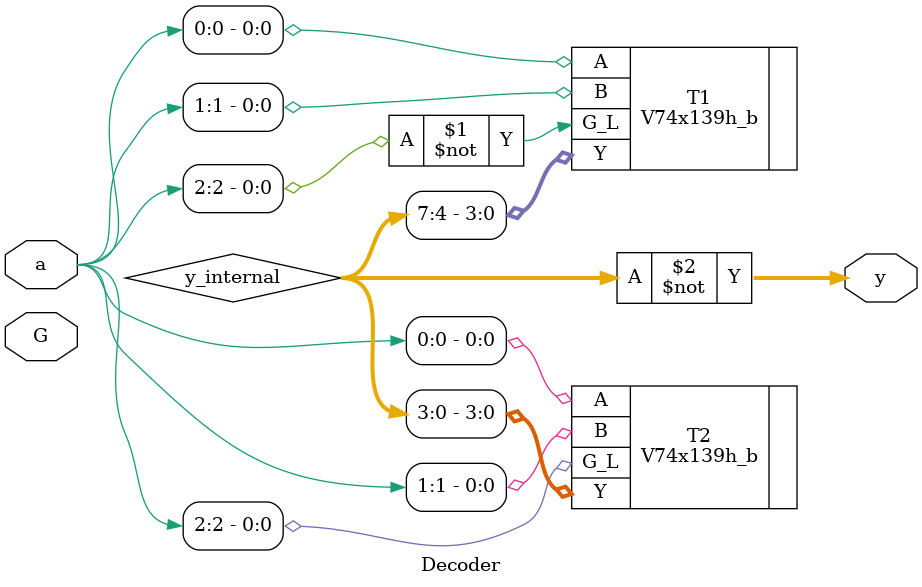
<source format=v>
`timescale 1ns / 1ps
`include "V74x139h_b.v"

module Decoder(
    input G,
    input [2:0] a,
    output [7:0] y
);

    wire [7:0] y_internal;

    V74x139h_b T1(.G_L(~a[2]), .A(a[0]), .B(a[1]), .Y(y_internal[7:4]));
    V74x139h_b T2(.G_L(a[2]), .A(a[0]), .B(a[1]), .Y(y_internal[3:0]));

    assign y = ~y_internal;

endmodule

</source>
